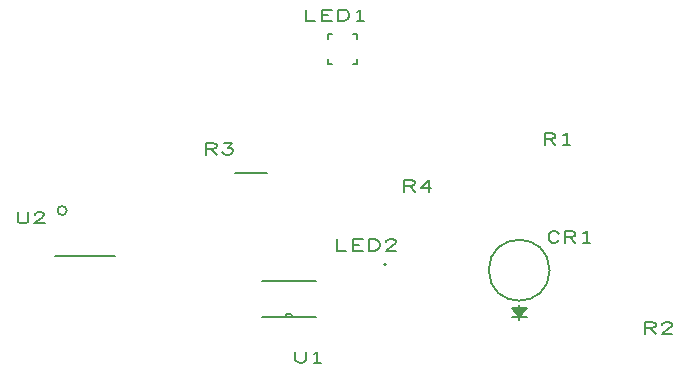
<source format=gbr>
G71*
G90*
G04 Quadcept GERBER*
%MOMM*%
%FSLAX44Y44*%
%ADD10C,0.2*%
G54D10*
G01X1496954Y2182861D02*
G01Y2179254D01*
G01X1521846Y2200539D02*
G01Y2204146D01*
G01X1518239D01*
G01X1496954Y2204146D02*
G01Y2200539D01*
G01X1496954Y2179254D02*
G01X1500561D01*
G01X1521846Y2179254D02*
G01Y2182861D01*
G01X1518239Y2179254D02*
G01X1521846D01*
G01X1500561Y2204146D02*
G01X1496954D01*
G75*
G01X1546159Y2009200D02*
G03I-0762J0000D01*
G01X1445011Y2086852D02*
G01X1418487D01*
G01X1486479Y1995594D02*
G01X1441521D01*
G01X1441521Y1964606D02*
G01X1486479D01*
G01X1467048Y1964606D02*
G03X1460952Y1964606I-3048J0000D01*
G01X1275760Y2054900D02*
G03I-3810J0000D01*
G01X1265600Y2016800D02*
G01X1316400D01*
G01X1658900Y1974809D02*
G01Y1962109D01*
G01X1652550Y1964649D02*
G01X1665250D01*
G01X1658900Y1964649D02*
G01X1652550Y1972269D01*
G01X1658900Y1964649D02*
G01X1653820Y1972269D01*
G01X1658900Y1964649D02*
G01X1655090Y1972269D01*
G01X1658900Y1964649D02*
G01X1656360Y1972269D01*
G01X1658900Y1964649D02*
G01X1657630Y1972269D01*
G01X1658900Y1964649D02*
G01X1665250Y1972269D01*
G01X1658900Y1964649D02*
G01X1663980Y1972269D01*
G01X1658900Y1964649D02*
G01X1662710Y1972269D01*
G01X1658900Y1964649D02*
G01X1661440Y1972269D01*
G01X1658900Y1964649D02*
G01X1660170Y1972269D01*
G01X1652550Y1972269D02*
G01X1665250D01*
G01X1684681Y2004400D02*
G03I-25781J0000D01*
G01X1478514Y2225100D02*
G01Y2215500D01*
G01X1486286D01*
G01X1492189Y2225100D02*
G01Y2215500D01*
G01X1492189Y2225100D02*
G01X1500601D01*
G01X1492189Y2220529D02*
G01X1497360D01*
G01X1492189Y2215500D02*
G01X1500601D01*
G01X1505864Y2225100D02*
G01Y2215500D01*
G01X1505864Y2225100D02*
G01X1510395D01*
G01X1512335Y2224643D01*
G01X1513625Y2223729D01*
G01X1514276Y2222814D01*
G01X1514926Y2221443D01*
G01Y2219157D01*
G01X1514276Y2217786D01*
G01X1513625Y2216871D01*
G01X1512335Y2215957D01*
G01X1510395Y2215500D01*
G01X1505864D01*
G01X1521754Y2223271D02*
G01X1523227Y2223729D01*
G01X1524395Y2225100D01*
G01Y2215500D01*
G01X1521683Y2215500D02*
G01X1527117D01*
G01X1504514Y2030600D02*
G01Y2021000D01*
G01X1512286D01*
G01X1518189Y2030600D02*
G01Y2021000D01*
G01X1518189Y2030600D02*
G01X1526601D01*
G01X1518189Y2026029D02*
G01X1523360D01*
G01X1518189Y2021000D02*
G01X1526601D01*
G01X1531864Y2030600D02*
G01Y2021000D01*
G01X1531864Y2030600D02*
G01X1536395D01*
G01X1538335Y2030143D01*
G01X1539625Y2029229D01*
G01X1540276Y2028314D01*
G01X1540926Y2026943D01*
G01Y2024657D01*
G01X1540276Y2023286D01*
G01X1539625Y2022371D01*
G01X1538335Y2021457D01*
G01X1536395Y2021000D01*
G01X1531864D01*
G01X1546504Y2028314D02*
G01Y2028771D01*
G01X1547154Y2029686D01*
G01X1547804Y2030143D01*
G01X1549095Y2030600D01*
G01X1551685D01*
G01X1552985Y2030143D01*
G01X1553625Y2029686D01*
G01X1554276Y2028771D01*
G01Y2027857D01*
G01X1553625Y2026943D01*
G01X1552335Y2025571D01*
G01X1545864Y2021000D01*
G01X1554926D01*
G01X1680464Y2120400D02*
G01Y2110800D01*
G01X1680464Y2120400D02*
G01X1686285D01*
G01X1688225Y2119943D01*
G01X1688876Y2119486D01*
G01X1689526Y2118571D01*
G01Y2117657D01*
G01X1688876Y2116743D01*
G01X1688225Y2116286D01*
G01X1686285Y2115829D01*
G01X1680464D01*
G01X1684995Y2115829D02*
G01X1689526Y2110800D01*
G01X1696354Y2118571D02*
G01X1697827Y2119029D01*
G01X1698995Y2120400D01*
G01Y2110800D01*
G01X1696283Y2110800D02*
G01X1701717D01*
G01X1765564Y1960300D02*
G01Y1950700D01*
G01X1765564Y1960300D02*
G01X1771385D01*
G01X1773325Y1959843D01*
G01X1773976Y1959386D01*
G01X1774626Y1958471D01*
G01Y1957557D01*
G01X1773976Y1956643D01*
G01X1773325Y1956186D01*
G01X1771385Y1955729D01*
G01X1765564D01*
G01X1770095Y1955729D02*
G01X1774626Y1950700D01*
G01X1780204Y1958014D02*
G01Y1958471D01*
G01X1780854Y1959386D01*
G01X1781504Y1959843D01*
G01X1782795Y1960300D01*
G01X1785385D01*
G01X1786685Y1959843D01*
G01X1787325Y1959386D01*
G01X1787976Y1958471D01*
G01Y1957557D01*
G01X1787325Y1956643D01*
G01X1786035Y1955271D01*
G01X1779564Y1950700D01*
G01X1788626D01*
G01X1393664Y2111900D02*
G01Y2102300D01*
G01X1393664Y2111900D02*
G01X1399485D01*
G01X1401425Y2111443D01*
G01X1402076Y2110986D01*
G01X1402726Y2110071D01*
G01Y2109157D01*
G01X1402076Y2108243D01*
G01X1401425Y2107786D01*
G01X1399485Y2107329D01*
G01X1393664D01*
G01X1398195Y2107329D02*
G01X1402726Y2102300D01*
G01X1408954Y2111900D02*
G01X1416076D01*
G01X1412195Y2108243D01*
G01X1414135D01*
G01X1415425Y2107786D01*
G01X1416076Y2107329D01*
G01X1416726Y2105957D01*
G01Y2105043D01*
G01X1416076Y2103671D01*
G01X1414785Y2102757D01*
G01X1412835Y2102300D01*
G01X1410895D01*
G01X1408954Y2102757D01*
G01X1408304Y2103214D01*
G01X1407664Y2104129D01*
G01X1561764Y2080600D02*
G01Y2071000D01*
G01X1561764Y2080600D02*
G01X1567585D01*
G01X1569525Y2080143D01*
G01X1570176Y2079686D01*
G01X1570826Y2078771D01*
G01Y2077857D01*
G01X1570176Y2076943D01*
G01X1569525Y2076486D01*
G01X1567585Y2076029D01*
G01X1561764D01*
G01X1566295Y2076029D02*
G01X1570826Y2071000D01*
G01X1582662Y2080600D02*
G01X1576059Y2073895D01*
G01X1584541D01*
G01X1582662Y2080600D02*
G01Y2071000D01*
G01X1469464Y1935500D02*
G01Y1928643D01*
G01X1470104Y1927271D01*
G01X1471404Y1926357D01*
G01X1473345Y1925900D01*
G01X1474635D01*
G01X1476585Y1926357D01*
G01X1477876Y1927271D01*
G01X1478526Y1928643D01*
G01Y1935500D01*
G01X1485354Y1933671D02*
G01X1486827Y1934129D01*
G01X1487995Y1935500D01*
G01Y1925900D01*
G01X1485283Y1925900D02*
G01X1490717D01*
G01X1234264Y2053600D02*
G01Y2046743D01*
G01X1234904Y2045371D01*
G01X1236204Y2044457D01*
G01X1238145Y2044000D01*
G01X1239435D01*
G01X1241385Y2044457D01*
G01X1242676Y2045371D01*
G01X1243326Y2046743D01*
G01Y2053600D01*
G01X1248904Y2051314D02*
G01Y2051771D01*
G01X1249554Y2052686D01*
G01X1250204Y2053143D01*
G01X1251495Y2053600D01*
G01X1254085D01*
G01X1255385Y2053143D01*
G01X1256025Y2052686D01*
G01X1256676Y2051771D01*
G01Y2050857D01*
G01X1256025Y2049943D01*
G01X1254735Y2048571D01*
G01X1248264Y2044000D01*
G01X1257326D01*
G01X1692241Y2035114D02*
G01X1691652Y2036029D01*
G01X1690555Y2036943D01*
G01X1689387Y2037400D01*
G01X1687121D01*
G01X1686024Y2036943D01*
G01X1684856Y2036029D01*
G01X1684338Y2035114D01*
G01X1683759Y2033743D01*
G01Y2031457D01*
G01X1684338Y2030086D01*
G01X1684856Y2029171D01*
G01X1686024Y2028257D01*
G01X1687121Y2027800D01*
G01X1689387D01*
G01X1690555Y2028257D01*
G01X1691652Y2029171D01*
G01X1692241Y2030086D01*
G01X1697464Y2037400D02*
G01Y2027800D01*
G01X1697464Y2037400D02*
G01X1703285D01*
G01X1705225Y2036943D01*
G01X1705876Y2036486D01*
G01X1706526Y2035571D01*
G01Y2034657D01*
G01X1705876Y2033743D01*
G01X1705225Y2033286D01*
G01X1703285Y2032829D01*
G01X1697464D01*
G01X1701995Y2032829D02*
G01X1706526Y2027800D01*
G01X1713354Y2035571D02*
G01X1714827Y2036029D01*
G01X1715995Y2037400D01*
G01Y2027800D01*
G01X1713283Y2027800D02*
G01X1718717D01*
M02*

</source>
